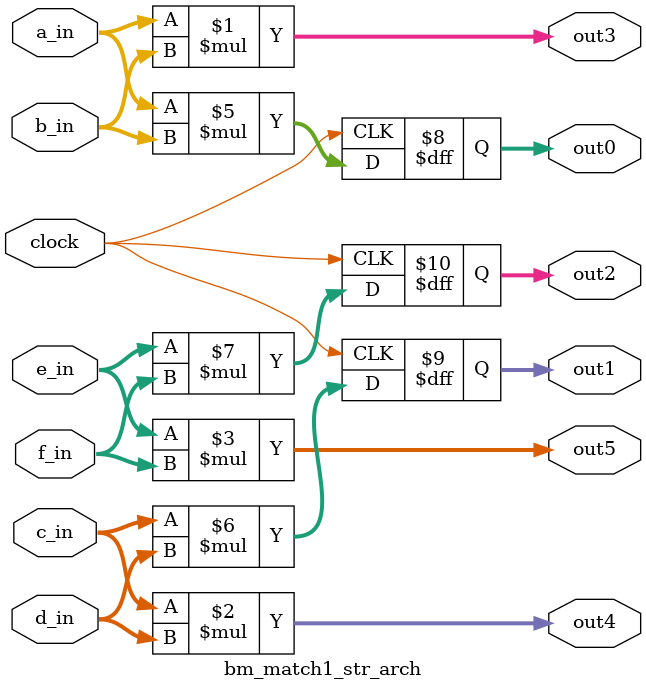
<source format=v>
`define BITS0 9         // Bit width of the operands
`define BITS1 8         // Bit width of the operands
`define BITS2 18         // Bit width of the operands
`define BITS3 36         // Bit width of the operands

module 	bm_match1_str_arch(clock, 
		a_in, 
		b_in,
		c_in, 
		d_in, 
		e_in, 
		f_in, 
		out0,
		out1,
		out2,
		out3,
		out4,
		out5,
);

// SIGNAL DECLARATIONS
input	clock;

input [`BITS0-1:0] a_in;
input [`BITS0-1:0] b_in;
input [`BITS1-1:0] c_in;
input [`BITS1-1:0] d_in;
input [`BITS2-1:0] e_in;
input [`BITS3-1:0] f_in;

output [`BITS2-1:0] out0;
output [`BITS2-1:0] out1;
output [`BITS3-1:0] out2;
output [`BITS2-1:0] out3;
output [`BITS2-1:0] out4;
output [`BITS3-1:0] out5;

reg [`BITS2-1:0] out0;
reg [`BITS2-1:0] out1;
reg [`BITS3-1:0] out2;
wire [`BITS2-1:0] out3;
wire [`BITS2-1:0] out4;
wire [`BITS3-1:0] out5;

assign out3 = a_in * b_in;
assign out4 = c_in * d_in;
assign out5 = e_in * f_in; // 16 bit * 32 bit

always @(posedge clock)
begin
	out0 <= a_in * b_in;
	out1 <= c_in * d_in;
	out2 <= e_in * f_in;
end

endmodule

</source>
